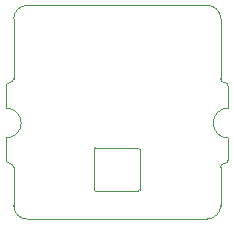
<source format=gko>
G04 #@! TF.GenerationSoftware,KiCad,Pcbnew,5.1.5-52549c5~84~ubuntu18.04.1*
G04 #@! TF.CreationDate,2020-04-11T16:09:32-04:00*
G04 #@! TF.ProjectId,amoeba-royale,616d6f65-6261-42d7-926f-79616c652e6b,rev?*
G04 #@! TF.SameCoordinates,Original*
G04 #@! TF.FileFunction,Profile,NP*
%FSLAX46Y46*%
G04 Gerber Fmt 4.6, Leading zero omitted, Abs format (unit mm)*
G04 Created by KiCad (PCBNEW 5.1.5-52549c5~84~ubuntu18.04.1) date 2020-04-11 16:09:32*
%MOMM*%
%LPD*%
G04 APERTURE LIST*
%ADD10C,0.100000*%
G04 APERTURE END LIST*
D10*
X258318000Y-110236000D02*
G75*
G03X257048000Y-111506000I0J-1270000D01*
G01*
X257048000Y-111506000D02*
G75*
G03X258318000Y-112776000I1270000J0D01*
G01*
X258318000Y-112776000D02*
X258318000Y-114617500D01*
X257683000Y-115252500D02*
G75*
G02X258000500Y-114935000I317500J0D01*
G01*
X257683000Y-107759500D02*
G75*
G03X258000500Y-108077000I317500J0D01*
G01*
X257683000Y-118491000D02*
X257683000Y-115252500D01*
X258318000Y-110236000D02*
X258318000Y-108394500D01*
X258318000Y-114617500D02*
G75*
G02X258000500Y-114935000I-317500J0D01*
G01*
X258318000Y-108394500D02*
G75*
G03X258000500Y-108077000I-317500J0D01*
G01*
X257683000Y-102679500D02*
X257683000Y-107759500D01*
X240157000Y-115252500D02*
G75*
G03X239839500Y-114935000I-317500J0D01*
G01*
X239522000Y-112776000D02*
X239522000Y-114617500D01*
X239522000Y-114617500D02*
G75*
G03X239839500Y-114935000I317500J0D01*
G01*
X240157000Y-118491000D02*
X240157000Y-115252500D01*
X239522000Y-108394500D02*
G75*
G02X239839500Y-108077000I317500J0D01*
G01*
X240157000Y-107759500D02*
G75*
G02X239839500Y-108077000I-317500J0D01*
G01*
X239522000Y-110236000D02*
X239522000Y-108394500D01*
X241300000Y-101536500D02*
X256540000Y-101536500D01*
X257683000Y-102679500D02*
G75*
G03X256540000Y-101536500I-1143000J0D01*
G01*
X250825000Y-113728500D02*
X250825000Y-117157500D01*
X247078500Y-113601500D02*
X250698000Y-113601500D01*
X246951500Y-117157500D02*
X246951500Y-113728500D01*
X250698000Y-117284500D02*
X247078500Y-117284500D01*
X247078500Y-117284500D02*
G75*
G02X246951500Y-117157500I0J127000D01*
G01*
X250698000Y-113601500D02*
G75*
G02X250825000Y-113728500I0J-127000D01*
G01*
X250825000Y-117157500D02*
G75*
G02X250698000Y-117284500I-127000J0D01*
G01*
X246951500Y-113728500D02*
G75*
G02X247078500Y-113601500I127000J0D01*
G01*
X240157000Y-102679500D02*
X240157000Y-107759500D01*
X241300000Y-119634000D02*
X256540000Y-119634000D01*
X241300000Y-101536500D02*
G75*
G03X240157000Y-102679500I0J-1143000D01*
G01*
X241300000Y-119634000D02*
G75*
G02X240157000Y-118491000I0J1143000D01*
G01*
X256540000Y-119634000D02*
G75*
G03X257683000Y-118491000I0J1143000D01*
G01*
X239522000Y-112776000D02*
G75*
G03X240792000Y-111506000I0J1270000D01*
G01*
X240792000Y-111506000D02*
G75*
G03X239522000Y-110236000I-1270000J0D01*
G01*
M02*

</source>
